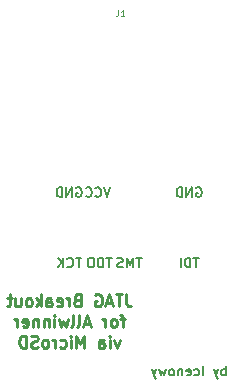
<source format=gbr>
%TF.GenerationSoftware,KiCad,Pcbnew,5.0.2*%
%TF.CreationDate,2019-04-27T21:36:03+08:00*%
%TF.ProjectId,aw-sd-dbg,61772d73-642d-4646-9267-2e6b69636164,rev?*%
%TF.SameCoordinates,Original*%
%TF.FileFunction,Legend,Bot*%
%TF.FilePolarity,Positive*%
%FSLAX46Y46*%
G04 Gerber Fmt 4.6, Leading zero omitted, Abs format (unit mm)*
G04 Created by KiCad (PCBNEW 5.0.2) date 2019年04月27日 星期六 21时36分03秒*
%MOMM*%
%LPD*%
G01*
G04 APERTURE LIST*
%ADD10C,0.200000*%
%ADD11C,0.250000*%
%ADD12C,0.125000*%
G04 APERTURE END LIST*
D10*
X125786761Y-58400904D02*
X125786761Y-57600904D01*
X125786761Y-57905666D02*
X125710571Y-57867571D01*
X125558190Y-57867571D01*
X125482000Y-57905666D01*
X125443904Y-57943761D01*
X125405809Y-58019952D01*
X125405809Y-58248523D01*
X125443904Y-58324714D01*
X125482000Y-58362809D01*
X125558190Y-58400904D01*
X125710571Y-58400904D01*
X125786761Y-58362809D01*
X125139142Y-57867571D02*
X124948666Y-58400904D01*
X124758190Y-57867571D02*
X124948666Y-58400904D01*
X125024857Y-58591380D01*
X125062952Y-58629476D01*
X125139142Y-58667571D01*
X123843904Y-58400904D02*
X123843904Y-57600904D01*
X123120095Y-58362809D02*
X123196285Y-58400904D01*
X123348666Y-58400904D01*
X123424857Y-58362809D01*
X123462952Y-58324714D01*
X123501047Y-58248523D01*
X123501047Y-58019952D01*
X123462952Y-57943761D01*
X123424857Y-57905666D01*
X123348666Y-57867571D01*
X123196285Y-57867571D01*
X123120095Y-57905666D01*
X122472476Y-58362809D02*
X122548666Y-58400904D01*
X122701047Y-58400904D01*
X122777238Y-58362809D01*
X122815333Y-58286619D01*
X122815333Y-57981857D01*
X122777238Y-57905666D01*
X122701047Y-57867571D01*
X122548666Y-57867571D01*
X122472476Y-57905666D01*
X122434380Y-57981857D01*
X122434380Y-58058047D01*
X122815333Y-58134238D01*
X122091523Y-57867571D02*
X122091523Y-58400904D01*
X122091523Y-57943761D02*
X122053428Y-57905666D01*
X121977238Y-57867571D01*
X121862952Y-57867571D01*
X121786761Y-57905666D01*
X121748666Y-57981857D01*
X121748666Y-58400904D01*
X121253428Y-58400904D02*
X121329619Y-58362809D01*
X121367714Y-58324714D01*
X121405809Y-58248523D01*
X121405809Y-58019952D01*
X121367714Y-57943761D01*
X121329619Y-57905666D01*
X121253428Y-57867571D01*
X121139142Y-57867571D01*
X121062952Y-57905666D01*
X121024857Y-57943761D01*
X120986761Y-58019952D01*
X120986761Y-58248523D01*
X121024857Y-58324714D01*
X121062952Y-58362809D01*
X121139142Y-58400904D01*
X121253428Y-58400904D01*
X120720095Y-57867571D02*
X120567714Y-58400904D01*
X120415333Y-58019952D01*
X120262952Y-58400904D01*
X120110571Y-57867571D01*
X119882000Y-57867571D02*
X119691523Y-58400904D01*
X119501047Y-57867571D02*
X119691523Y-58400904D01*
X119767714Y-58591380D01*
X119805809Y-58629476D01*
X119882000Y-58667571D01*
D11*
X117355333Y-51550380D02*
X117355333Y-52264666D01*
X117402952Y-52407523D01*
X117498190Y-52502761D01*
X117641047Y-52550380D01*
X117736285Y-52550380D01*
X117022000Y-51550380D02*
X116450571Y-51550380D01*
X116736285Y-52550380D02*
X116736285Y-51550380D01*
X116164857Y-52264666D02*
X115688666Y-52264666D01*
X116260095Y-52550380D02*
X115926761Y-51550380D01*
X115593428Y-52550380D01*
X114736285Y-51598000D02*
X114831523Y-51550380D01*
X114974380Y-51550380D01*
X115117238Y-51598000D01*
X115212476Y-51693238D01*
X115260095Y-51788476D01*
X115307714Y-51978952D01*
X115307714Y-52121809D01*
X115260095Y-52312285D01*
X115212476Y-52407523D01*
X115117238Y-52502761D01*
X114974380Y-52550380D01*
X114879142Y-52550380D01*
X114736285Y-52502761D01*
X114688666Y-52455142D01*
X114688666Y-52121809D01*
X114879142Y-52121809D01*
X113164857Y-52026571D02*
X113022000Y-52074190D01*
X112974380Y-52121809D01*
X112926761Y-52217047D01*
X112926761Y-52359904D01*
X112974380Y-52455142D01*
X113022000Y-52502761D01*
X113117238Y-52550380D01*
X113498190Y-52550380D01*
X113498190Y-51550380D01*
X113164857Y-51550380D01*
X113069619Y-51598000D01*
X113022000Y-51645619D01*
X112974380Y-51740857D01*
X112974380Y-51836095D01*
X113022000Y-51931333D01*
X113069619Y-51978952D01*
X113164857Y-52026571D01*
X113498190Y-52026571D01*
X112498190Y-52550380D02*
X112498190Y-51883714D01*
X112498190Y-52074190D02*
X112450571Y-51978952D01*
X112402952Y-51931333D01*
X112307714Y-51883714D01*
X112212476Y-51883714D01*
X111498190Y-52502761D02*
X111593428Y-52550380D01*
X111783904Y-52550380D01*
X111879142Y-52502761D01*
X111926761Y-52407523D01*
X111926761Y-52026571D01*
X111879142Y-51931333D01*
X111783904Y-51883714D01*
X111593428Y-51883714D01*
X111498190Y-51931333D01*
X111450571Y-52026571D01*
X111450571Y-52121809D01*
X111926761Y-52217047D01*
X110593428Y-52550380D02*
X110593428Y-52026571D01*
X110641047Y-51931333D01*
X110736285Y-51883714D01*
X110926761Y-51883714D01*
X111022000Y-51931333D01*
X110593428Y-52502761D02*
X110688666Y-52550380D01*
X110926761Y-52550380D01*
X111022000Y-52502761D01*
X111069619Y-52407523D01*
X111069619Y-52312285D01*
X111022000Y-52217047D01*
X110926761Y-52169428D01*
X110688666Y-52169428D01*
X110593428Y-52121809D01*
X110117238Y-52550380D02*
X110117238Y-51550380D01*
X110022000Y-52169428D02*
X109736285Y-52550380D01*
X109736285Y-51883714D02*
X110117238Y-52264666D01*
X109164857Y-52550380D02*
X109260095Y-52502761D01*
X109307714Y-52455142D01*
X109355333Y-52359904D01*
X109355333Y-52074190D01*
X109307714Y-51978952D01*
X109260095Y-51931333D01*
X109164857Y-51883714D01*
X109022000Y-51883714D01*
X108926761Y-51931333D01*
X108879142Y-51978952D01*
X108831523Y-52074190D01*
X108831523Y-52359904D01*
X108879142Y-52455142D01*
X108926761Y-52502761D01*
X109022000Y-52550380D01*
X109164857Y-52550380D01*
X107974380Y-51883714D02*
X107974380Y-52550380D01*
X108402952Y-51883714D02*
X108402952Y-52407523D01*
X108355333Y-52502761D01*
X108260095Y-52550380D01*
X108117238Y-52550380D01*
X108022000Y-52502761D01*
X107974380Y-52455142D01*
X107641047Y-51883714D02*
X107260095Y-51883714D01*
X107498190Y-51550380D02*
X107498190Y-52407523D01*
X107450571Y-52502761D01*
X107355333Y-52550380D01*
X107260095Y-52550380D01*
X117212476Y-53633714D02*
X116831523Y-53633714D01*
X117069619Y-54300380D02*
X117069619Y-53443238D01*
X117022000Y-53348000D01*
X116926761Y-53300380D01*
X116831523Y-53300380D01*
X116355333Y-54300380D02*
X116450571Y-54252761D01*
X116498190Y-54205142D01*
X116545809Y-54109904D01*
X116545809Y-53824190D01*
X116498190Y-53728952D01*
X116450571Y-53681333D01*
X116355333Y-53633714D01*
X116212476Y-53633714D01*
X116117238Y-53681333D01*
X116069619Y-53728952D01*
X116022000Y-53824190D01*
X116022000Y-54109904D01*
X116069619Y-54205142D01*
X116117238Y-54252761D01*
X116212476Y-54300380D01*
X116355333Y-54300380D01*
X115593428Y-54300380D02*
X115593428Y-53633714D01*
X115593428Y-53824190D02*
X115545809Y-53728952D01*
X115498190Y-53681333D01*
X115402952Y-53633714D01*
X115307714Y-53633714D01*
X114260095Y-54014666D02*
X113783904Y-54014666D01*
X114355333Y-54300380D02*
X114022000Y-53300380D01*
X113688666Y-54300380D01*
X113212476Y-54300380D02*
X113307714Y-54252761D01*
X113355333Y-54157523D01*
X113355333Y-53300380D01*
X112688666Y-54300380D02*
X112783904Y-54252761D01*
X112831523Y-54157523D01*
X112831523Y-53300380D01*
X112402952Y-53633714D02*
X112212476Y-54300380D01*
X112022000Y-53824190D01*
X111831523Y-54300380D01*
X111641047Y-53633714D01*
X111260095Y-54300380D02*
X111260095Y-53633714D01*
X111260095Y-53300380D02*
X111307714Y-53348000D01*
X111260095Y-53395619D01*
X111212476Y-53348000D01*
X111260095Y-53300380D01*
X111260095Y-53395619D01*
X110783904Y-53633714D02*
X110783904Y-54300380D01*
X110783904Y-53728952D02*
X110736285Y-53681333D01*
X110641047Y-53633714D01*
X110498190Y-53633714D01*
X110402952Y-53681333D01*
X110355333Y-53776571D01*
X110355333Y-54300380D01*
X109879142Y-53633714D02*
X109879142Y-54300380D01*
X109879142Y-53728952D02*
X109831523Y-53681333D01*
X109736285Y-53633714D01*
X109593428Y-53633714D01*
X109498190Y-53681333D01*
X109450571Y-53776571D01*
X109450571Y-54300380D01*
X108593428Y-54252761D02*
X108688666Y-54300380D01*
X108879142Y-54300380D01*
X108974380Y-54252761D01*
X109022000Y-54157523D01*
X109022000Y-53776571D01*
X108974380Y-53681333D01*
X108879142Y-53633714D01*
X108688666Y-53633714D01*
X108593428Y-53681333D01*
X108545809Y-53776571D01*
X108545809Y-53871809D01*
X109022000Y-53967047D01*
X108117238Y-54300380D02*
X108117238Y-53633714D01*
X108117238Y-53824190D02*
X108069619Y-53728952D01*
X108022000Y-53681333D01*
X107926761Y-53633714D01*
X107831523Y-53633714D01*
X116807714Y-55383714D02*
X116569619Y-56050380D01*
X116331523Y-55383714D01*
X115950571Y-56050380D02*
X115950571Y-55383714D01*
X115950571Y-55050380D02*
X115998190Y-55098000D01*
X115950571Y-55145619D01*
X115902952Y-55098000D01*
X115950571Y-55050380D01*
X115950571Y-55145619D01*
X115045809Y-56050380D02*
X115045809Y-55526571D01*
X115093428Y-55431333D01*
X115188666Y-55383714D01*
X115379142Y-55383714D01*
X115474380Y-55431333D01*
X115045809Y-56002761D02*
X115141047Y-56050380D01*
X115379142Y-56050380D01*
X115474380Y-56002761D01*
X115522000Y-55907523D01*
X115522000Y-55812285D01*
X115474380Y-55717047D01*
X115379142Y-55669428D01*
X115141047Y-55669428D01*
X115045809Y-55621809D01*
X113807714Y-56050380D02*
X113807714Y-55050380D01*
X113474380Y-55764666D01*
X113141047Y-55050380D01*
X113141047Y-56050380D01*
X112664857Y-56050380D02*
X112664857Y-55383714D01*
X112664857Y-55050380D02*
X112712476Y-55098000D01*
X112664857Y-55145619D01*
X112617238Y-55098000D01*
X112664857Y-55050380D01*
X112664857Y-55145619D01*
X111760095Y-56002761D02*
X111855333Y-56050380D01*
X112045809Y-56050380D01*
X112141047Y-56002761D01*
X112188666Y-55955142D01*
X112236285Y-55859904D01*
X112236285Y-55574190D01*
X112188666Y-55478952D01*
X112141047Y-55431333D01*
X112045809Y-55383714D01*
X111855333Y-55383714D01*
X111760095Y-55431333D01*
X111331523Y-56050380D02*
X111331523Y-55383714D01*
X111331523Y-55574190D02*
X111283904Y-55478952D01*
X111236285Y-55431333D01*
X111141047Y-55383714D01*
X111045809Y-55383714D01*
X110569619Y-56050380D02*
X110664857Y-56002761D01*
X110712476Y-55955142D01*
X110760095Y-55859904D01*
X110760095Y-55574190D01*
X110712476Y-55478952D01*
X110664857Y-55431333D01*
X110569619Y-55383714D01*
X110426761Y-55383714D01*
X110331523Y-55431333D01*
X110283904Y-55478952D01*
X110236285Y-55574190D01*
X110236285Y-55859904D01*
X110283904Y-55955142D01*
X110331523Y-56002761D01*
X110426761Y-56050380D01*
X110569619Y-56050380D01*
X109855333Y-56002761D02*
X109712476Y-56050380D01*
X109474380Y-56050380D01*
X109379142Y-56002761D01*
X109331523Y-55955142D01*
X109283904Y-55859904D01*
X109283904Y-55764666D01*
X109331523Y-55669428D01*
X109379142Y-55621809D01*
X109474380Y-55574190D01*
X109664857Y-55526571D01*
X109760095Y-55478952D01*
X109807714Y-55431333D01*
X109855333Y-55336095D01*
X109855333Y-55240857D01*
X109807714Y-55145619D01*
X109760095Y-55098000D01*
X109664857Y-55050380D01*
X109426761Y-55050380D01*
X109283904Y-55098000D01*
X108855333Y-56050380D02*
X108855333Y-55050380D01*
X108617238Y-55050380D01*
X108474380Y-55098000D01*
X108379142Y-55193238D01*
X108331523Y-55288476D01*
X108283904Y-55478952D01*
X108283904Y-55621809D01*
X108331523Y-55812285D01*
X108379142Y-55907523D01*
X108474380Y-56002761D01*
X108617238Y-56050380D01*
X108855333Y-56050380D01*
D10*
X123501047Y-48456904D02*
X123043904Y-48456904D01*
X123272476Y-49256904D02*
X123272476Y-48456904D01*
X122777238Y-49256904D02*
X122777238Y-48456904D01*
X122586761Y-48456904D01*
X122472476Y-48495000D01*
X122396285Y-48571190D01*
X122358190Y-48647380D01*
X122320095Y-48799761D01*
X122320095Y-48914047D01*
X122358190Y-49066428D01*
X122396285Y-49142619D01*
X122472476Y-49218809D01*
X122586761Y-49256904D01*
X122777238Y-49256904D01*
X121977238Y-49256904D02*
X121977238Y-48456904D01*
X118668666Y-48456904D02*
X118211523Y-48456904D01*
X118440095Y-49256904D02*
X118440095Y-48456904D01*
X117944857Y-49256904D02*
X117944857Y-48456904D01*
X117678190Y-49028333D01*
X117411523Y-48456904D01*
X117411523Y-49256904D01*
X117068666Y-49218809D02*
X116954380Y-49256904D01*
X116763904Y-49256904D01*
X116687714Y-49218809D01*
X116649619Y-49180714D01*
X116611523Y-49104523D01*
X116611523Y-49028333D01*
X116649619Y-48952142D01*
X116687714Y-48914047D01*
X116763904Y-48875952D01*
X116916285Y-48837857D01*
X116992476Y-48799761D01*
X117030571Y-48761666D01*
X117068666Y-48685476D01*
X117068666Y-48609285D01*
X117030571Y-48533095D01*
X116992476Y-48495000D01*
X116916285Y-48456904D01*
X116725809Y-48456904D01*
X116611523Y-48495000D01*
X116109619Y-48456904D02*
X115652476Y-48456904D01*
X115881047Y-49256904D02*
X115881047Y-48456904D01*
X115385809Y-49256904D02*
X115385809Y-48456904D01*
X115195333Y-48456904D01*
X115081047Y-48495000D01*
X115004857Y-48571190D01*
X114966761Y-48647380D01*
X114928666Y-48799761D01*
X114928666Y-48914047D01*
X114966761Y-49066428D01*
X115004857Y-49142619D01*
X115081047Y-49218809D01*
X115195333Y-49256904D01*
X115385809Y-49256904D01*
X114433428Y-48456904D02*
X114281047Y-48456904D01*
X114204857Y-48495000D01*
X114128666Y-48571190D01*
X114090571Y-48723571D01*
X114090571Y-48990238D01*
X114128666Y-49142619D01*
X114204857Y-49218809D01*
X114281047Y-49256904D01*
X114433428Y-49256904D01*
X114509619Y-49218809D01*
X114585809Y-49142619D01*
X114623904Y-48990238D01*
X114623904Y-48723571D01*
X114585809Y-48571190D01*
X114509619Y-48495000D01*
X114433428Y-48456904D01*
X113550571Y-48456904D02*
X113093428Y-48456904D01*
X113322000Y-49256904D02*
X113322000Y-48456904D01*
X112369619Y-49180714D02*
X112407714Y-49218809D01*
X112522000Y-49256904D01*
X112598190Y-49256904D01*
X112712476Y-49218809D01*
X112788666Y-49142619D01*
X112826761Y-49066428D01*
X112864857Y-48914047D01*
X112864857Y-48799761D01*
X112826761Y-48647380D01*
X112788666Y-48571190D01*
X112712476Y-48495000D01*
X112598190Y-48456904D01*
X112522000Y-48456904D01*
X112407714Y-48495000D01*
X112369619Y-48533095D01*
X112026761Y-49256904D02*
X112026761Y-48456904D01*
X111569619Y-49256904D02*
X111912476Y-48799761D01*
X111569619Y-48456904D02*
X112026761Y-48914047D01*
X123291523Y-42526000D02*
X123367714Y-42487904D01*
X123482000Y-42487904D01*
X123596285Y-42526000D01*
X123672476Y-42602190D01*
X123710571Y-42678380D01*
X123748666Y-42830761D01*
X123748666Y-42945047D01*
X123710571Y-43097428D01*
X123672476Y-43173619D01*
X123596285Y-43249809D01*
X123482000Y-43287904D01*
X123405809Y-43287904D01*
X123291523Y-43249809D01*
X123253428Y-43211714D01*
X123253428Y-42945047D01*
X123405809Y-42945047D01*
X122910571Y-43287904D02*
X122910571Y-42487904D01*
X122453428Y-43287904D01*
X122453428Y-42487904D01*
X122072476Y-43287904D02*
X122072476Y-42487904D01*
X121882000Y-42487904D01*
X121767714Y-42526000D01*
X121691523Y-42602190D01*
X121653428Y-42678380D01*
X121615333Y-42830761D01*
X121615333Y-42945047D01*
X121653428Y-43097428D01*
X121691523Y-43173619D01*
X121767714Y-43249809D01*
X121882000Y-43287904D01*
X122072476Y-43287904D01*
X116001666Y-42487904D02*
X115735000Y-43287904D01*
X115468333Y-42487904D01*
X114744523Y-43211714D02*
X114782619Y-43249809D01*
X114896904Y-43287904D01*
X114973095Y-43287904D01*
X115087380Y-43249809D01*
X115163571Y-43173619D01*
X115201666Y-43097428D01*
X115239761Y-42945047D01*
X115239761Y-42830761D01*
X115201666Y-42678380D01*
X115163571Y-42602190D01*
X115087380Y-42526000D01*
X114973095Y-42487904D01*
X114896904Y-42487904D01*
X114782619Y-42526000D01*
X114744523Y-42564095D01*
X113944523Y-43211714D02*
X113982619Y-43249809D01*
X114096904Y-43287904D01*
X114173095Y-43287904D01*
X114287380Y-43249809D01*
X114363571Y-43173619D01*
X114401666Y-43097428D01*
X114439761Y-42945047D01*
X114439761Y-42830761D01*
X114401666Y-42678380D01*
X114363571Y-42602190D01*
X114287380Y-42526000D01*
X114173095Y-42487904D01*
X114096904Y-42487904D01*
X113982619Y-42526000D01*
X113944523Y-42564095D01*
X113131523Y-42526000D02*
X113207714Y-42487904D01*
X113322000Y-42487904D01*
X113436285Y-42526000D01*
X113512476Y-42602190D01*
X113550571Y-42678380D01*
X113588666Y-42830761D01*
X113588666Y-42945047D01*
X113550571Y-43097428D01*
X113512476Y-43173619D01*
X113436285Y-43249809D01*
X113322000Y-43287904D01*
X113245809Y-43287904D01*
X113131523Y-43249809D01*
X113093428Y-43211714D01*
X113093428Y-42945047D01*
X113245809Y-42945047D01*
X112750571Y-43287904D02*
X112750571Y-42487904D01*
X112293428Y-43287904D01*
X112293428Y-42487904D01*
X111912476Y-43287904D02*
X111912476Y-42487904D01*
X111722000Y-42487904D01*
X111607714Y-42526000D01*
X111531523Y-42602190D01*
X111493428Y-42678380D01*
X111455333Y-42830761D01*
X111455333Y-42945047D01*
X111493428Y-43097428D01*
X111531523Y-43173619D01*
X111607714Y-43249809D01*
X111722000Y-43287904D01*
X111912476Y-43287904D01*
D12*
X116683333Y-27476190D02*
X116683333Y-27833333D01*
X116659523Y-27904761D01*
X116611904Y-27952380D01*
X116540476Y-27976190D01*
X116492857Y-27976190D01*
X117183333Y-27976190D02*
X116897619Y-27976190D01*
X117040476Y-27976190D02*
X117040476Y-27476190D01*
X116992857Y-27547619D01*
X116945238Y-27595238D01*
X116897619Y-27619047D01*
M02*

</source>
